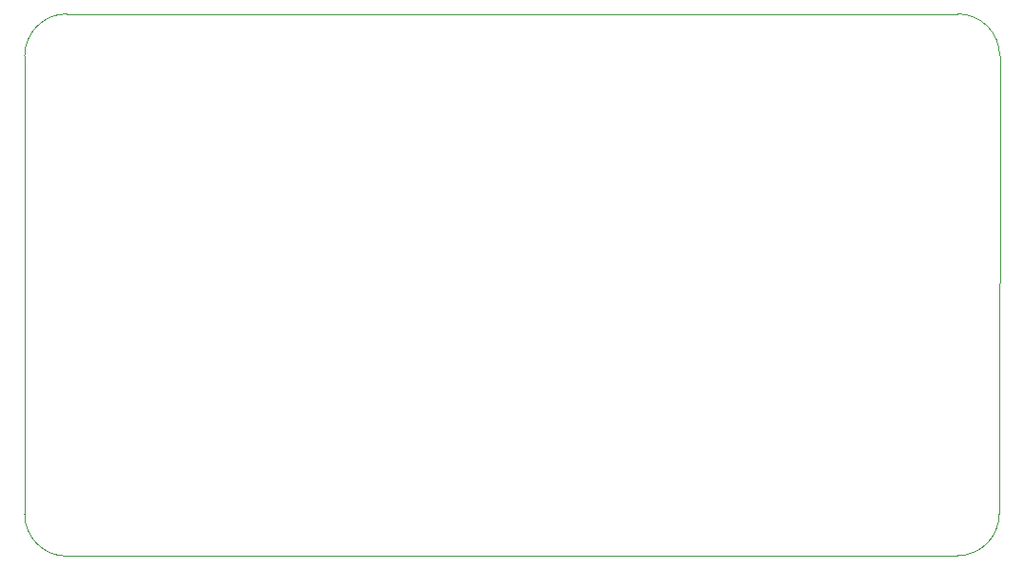
<source format=gbr>
%TF.GenerationSoftware,KiCad,Pcbnew,9.0.6*%
%TF.CreationDate,2026-01-10T10:28:34+02:00*%
%TF.ProjectId,flight_comp,666c6967-6874-45f6-936f-6d702e6b6963,rev?*%
%TF.SameCoordinates,Original*%
%TF.FileFunction,Profile,NP*%
%FSLAX46Y46*%
G04 Gerber Fmt 4.6, Leading zero omitted, Abs format (unit mm)*
G04 Created by KiCad (PCBNEW 9.0.6) date 2026-01-10 10:28:34*
%MOMM*%
%LPD*%
G01*
G04 APERTURE LIST*
%TA.AperFunction,Profile*%
%ADD10C,0.050000*%
%TD*%
G04 APERTURE END LIST*
D10*
X77950000Y-129850000D02*
X157200000Y-129800000D01*
X77950000Y-81600000D02*
X157200000Y-81600000D01*
X157200000Y-81600000D02*
G75*
G02*
X160950000Y-85350000I0J-3750000D01*
G01*
X74200000Y-85350000D02*
G75*
G02*
X77950000Y-81600000I3750000J0D01*
G01*
X160950000Y-85350000D02*
X160900000Y-126100000D01*
X74200000Y-85350000D02*
X74200000Y-126100000D01*
X160900000Y-126100000D02*
G75*
G02*
X157200000Y-129800000I-3700000J0D01*
G01*
X77950000Y-129850000D02*
G75*
G02*
X74200000Y-126100000I0J3750000D01*
G01*
M02*

</source>
